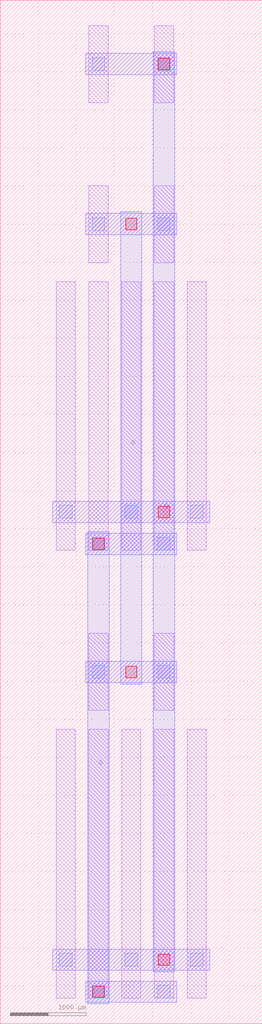
<source format=lef>
MACRO NMOS_S_93094360_X2_Y2
  UNITS 
    DATABASE MICRONS UNITS 1000;
  END UNITS 
  ORIGIN 0 0 ;
  FOREIGN NMOS_S_93094360_X2_Y2 0 0 ;
  SIZE 3440 BY 13440 ;
  PIN D
    DIRECTION INOUT ;
    USE SIGNAL ;
    PORT
      LAYER M3 ;
        RECT 1150 260 1430 6460 ;
    END
  END D
  PIN G
    DIRECTION INOUT ;
    USE SIGNAL ;
    PORT
      LAYER M3 ;
        RECT 1580 4460 1860 10660 ;
    END
  END G
  PIN S
    DIRECTION INOUT ;
    USE SIGNAL ;
    PORT
      LAYER M3 ;
        RECT 2010 680 2290 12760 ;
    END
  END S
  OBS
    LAYER M1 ;
      RECT 1165 335 1415 3865 ;
    LAYER M1 ;
      RECT 1165 4115 1415 5125 ;
    LAYER M1 ;
      RECT 1165 6215 1415 9745 ;
    LAYER M1 ;
      RECT 1165 9995 1415 11005 ;
    LAYER M1 ;
      RECT 1165 12095 1415 13105 ;
    LAYER M1 ;
      RECT 735 335 985 3865 ;
    LAYER M1 ;
      RECT 735 6215 985 9745 ;
    LAYER M1 ;
      RECT 1595 335 1845 3865 ;
    LAYER M1 ;
      RECT 1595 6215 1845 9745 ;
    LAYER M1 ;
      RECT 2025 335 2275 3865 ;
    LAYER M1 ;
      RECT 2025 4115 2275 5125 ;
    LAYER M1 ;
      RECT 2025 6215 2275 9745 ;
    LAYER M1 ;
      RECT 2025 9995 2275 11005 ;
    LAYER M1 ;
      RECT 2025 12095 2275 13105 ;
    LAYER M1 ;
      RECT 2455 335 2705 3865 ;
    LAYER M1 ;
      RECT 2455 6215 2705 9745 ;
    LAYER M2 ;
      RECT 1120 280 2320 560 ;
    LAYER M2 ;
      RECT 1120 4480 2320 4760 ;
    LAYER M2 ;
      RECT 690 700 2750 980 ;
    LAYER M2 ;
      RECT 1120 6160 2320 6440 ;
    LAYER M2 ;
      RECT 1120 10360 2320 10640 ;
    LAYER M2 ;
      RECT 1120 12460 2320 12740 ;
    LAYER M2 ;
      RECT 690 6580 2750 6860 ;
    LAYER V1 ;
      RECT 1205 335 1375 505 ;
    LAYER V1 ;
      RECT 1205 4535 1375 4705 ;
    LAYER V1 ;
      RECT 1205 6215 1375 6385 ;
    LAYER V1 ;
      RECT 1205 10415 1375 10585 ;
    LAYER V1 ;
      RECT 1205 12515 1375 12685 ;
    LAYER V1 ;
      RECT 2065 335 2235 505 ;
    LAYER V1 ;
      RECT 2065 4535 2235 4705 ;
    LAYER V1 ;
      RECT 2065 6215 2235 6385 ;
    LAYER V1 ;
      RECT 2065 10415 2235 10585 ;
    LAYER V1 ;
      RECT 2065 12515 2235 12685 ;
    LAYER V1 ;
      RECT 775 755 945 925 ;
    LAYER V1 ;
      RECT 775 6635 945 6805 ;
    LAYER V1 ;
      RECT 1635 755 1805 925 ;
    LAYER V1 ;
      RECT 1635 6635 1805 6805 ;
    LAYER V1 ;
      RECT 2495 755 2665 925 ;
    LAYER V1 ;
      RECT 2495 6635 2665 6805 ;
    LAYER V2 ;
      RECT 1215 345 1365 495 ;
    LAYER V2 ;
      RECT 1215 6225 1365 6375 ;
    LAYER V2 ;
      RECT 1645 4545 1795 4695 ;
    LAYER V2 ;
      RECT 1645 10425 1795 10575 ;
    LAYER V2 ;
      RECT 2075 765 2225 915 ;
    LAYER V2 ;
      RECT 2075 6645 2225 6795 ;
    LAYER V2 ;
      RECT 2075 12525 2225 12675 ;
  END
END NMOS_S_93094360_X2_Y2

</source>
